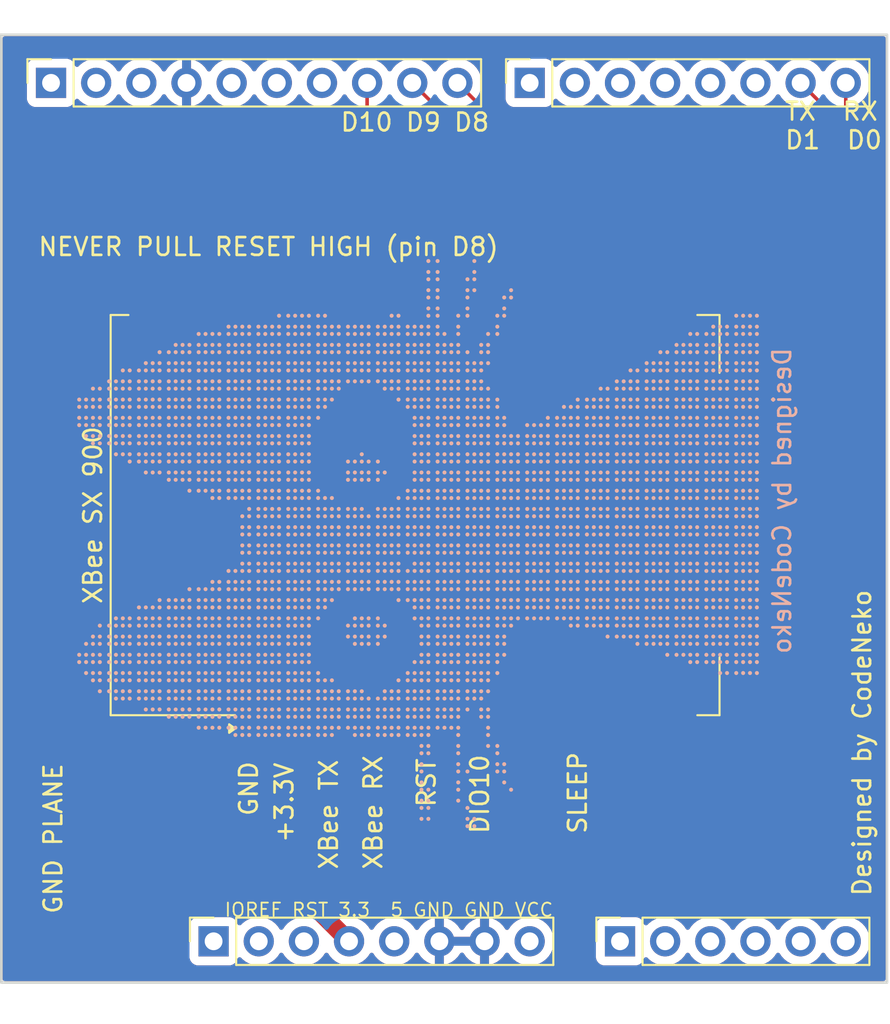
<source format=kicad_pcb>
(kicad_pcb (version 20240108) (generator "pcbnew") (generator_version "8.0")
  (title_block (date "mar. 31 mars 2015"))
  (layers (0 "F.Cu" signal) (31 "B.Cu" signal) (34 "B.Paste" user) (35 "F.Paste" user) (36 "B.SilkS" user "B.Silkscreen") (37 "F.SilkS" user "F.Silkscreen") (38 "B.Mask" user) (39 "F.Mask" user) (44 "Edge.Cuts" user))
  (net 0 "")
  (net 1 "GND")
  (net 3 "+5V")
  (net 4 "/IOREF")
  (net 5 "/A0")
  (net 6 "/A1")
  (net 7 "/A2")
  (net 8 "/A3")
  (net 9 "/SDA{slash}A4")
  (net 10 "/SCL{slash}A5")
  (net 11 "/13")
  (net 12 "/12")
  (net 13 "/AREF")
  (net 14 "/8")
  (net 15 "/7")
  (net 16 "/*11")
  (net 17 "/*10")
  (net 18 "/*9")
  (net 19 "/4")
  (net 20 "/2")
  (net 21 "/*6")
  (net 22 "/*5")
  (net 23 "/TX{slash}1")
  (net 24 "/*3")
  (net 25 "/RX{slash}0")
  (net 26 "+3V3")
  (net 27 "VCC")
  (net 28 "/~{RESET}")
  (footprint "Connector_PinSocket_2.54mm:PinSocket_1x08_P2.54mm_Vertical" (layer "F.Cu") (at 127.94 97.46 90)
    (property "Reference" "J1" (hide yes))
    (property "Value" "Power")
    (fp_line (start 1.33 -1.33) (end 1.33 0) (stroke (width 0.12)) (layer "F.SilkS"))
    (fp_line (start 0 -1.33) (end 1.33 -1.33) (stroke (width 0.12)) (layer "F.SilkS"))
    (fp_line (start 1.33 1.27) (end 1.33 19.11) (stroke (width 0.12)) (layer "F.SilkS"))
    (fp_line (start -1.33 1.27) (end 1.33 1.27) (stroke (width 0.12)) (layer "F.SilkS"))
    (fp_line (start -1.33 1.27) (end -1.33 19.11) (stroke (width 0.12)) (layer "F.SilkS"))
    (fp_line (start -1.33 19.11) (end 1.33 19.11) (stroke (width 0.12)) (layer "F.SilkS"))
    (pad "1" thru_hole rect (at 0 0 90) (size 1.7 1.7) (drill 1) (layers "*.Cu" "*.Mask"))
    (pad "2" thru_hole oval (at 0 2.54 90) (size 1.7 1.7) (drill 1) (layers "*.Cu" "*.Mask") (net 4 "/IOREF"))
    (pad "3" thru_hole oval (at 0 5.08 90) (size 1.7 1.7) (drill 1) (layers "*.Cu" "*.Mask") (net 28 "/~{RESET}"))
    (pad "4" thru_hole oval (at 0 7.62 90) (size 1.7 1.7) (drill 1) (layers "*.Cu" "*.Mask") (net 26 "+3V3"))
    (pad "5" thru_hole oval (at 0 10.16 90) (size 1.7 1.7) (drill 1) (layers "*.Cu" "*.Mask") (net 3 "+5V"))
    (pad "6" thru_hole oval (at 0 12.7 90) (size 1.7 1.7) (drill 1) (layers "*.Cu" "*.Mask") (net 1 "GND"))
    (pad "7" thru_hole oval (at 0 15.24 90) (size 1.7 1.7) (drill 1) (layers "*.Cu" "*.Mask") (net 1 "GND"))
    (pad "8" thru_hole oval (at 0 17.78 90) (size 1.7 1.7) (drill 1) (layers "*.Cu" "*.Mask") (net 27 "VCC"))
  )
  (footprint "Connector_PinSocket_2.54mm:PinSocket_1x06_P2.54mm_Vertical" (layer "F.Cu") (at 150.8 97.46 90)
    (property "Reference" "J3" (hide yes))
    (property "Value" "Analog")
    (fp_line (start 1.33 -1.33) (end 1.33 0) (stroke (width 0.12)) (layer "F.SilkS"))
    (fp_line (start 0 -1.33) (end 1.33 -1.33) (stroke (width 0.12)) (layer "F.SilkS"))
    (fp_line (start 1.33 1.27) (end 1.33 14.03) (stroke (width 0.12)) (layer "F.SilkS"))
    (fp_line (start -1.33 1.27) (end 1.33 1.27) (stroke (width 0.12)) (layer "F.SilkS"))
    (fp_line (start -1.33 1.27) (end -1.33 14.03) (stroke (width 0.12)) (layer "F.SilkS"))
    (fp_line (start -1.33 14.03) (end 1.33 14.03) (stroke (width 0.12)) (layer "F.SilkS"))
    (pad "1" thru_hole rect (at 0 0 90) (size 1.7 1.7) (drill 1) (layers "*.Cu" "*.Mask") (net 5 "/A0"))
    (pad "2" thru_hole oval (at 0 2.54 90) (size 1.7 1.7) (drill 1) (layers "*.Cu" "*.Mask") (net 6 "/A1"))
    (pad "3" thru_hole oval (at 0 5.08 90) (size 1.7 1.7) (drill 1) (layers "*.Cu" "*.Mask") (net 7 "/A2"))
    (pad "4" thru_hole oval (at 0 7.62 90) (size 1.7 1.7) (drill 1) (layers "*.Cu" "*.Mask") (net 8 "/A3"))
    (pad "5" thru_hole oval (at 0 10.16 90) (size 1.7 1.7) (drill 1) (layers "*.Cu" "*.Mask") (net 9 "/SDA{slash}A4"))
    (pad "6" thru_hole oval (at 0 12.7 90) (size 1.7 1.7) (drill 1) (layers "*.Cu" "*.Mask") (net 10 "/SCL{slash}A5"))
  )
  (footprint "Connector_PinSocket_2.54mm:PinSocket_1x10_P2.54mm_Vertical" (layer "F.Cu") (at 118.796 49.2 90)
    (property "Reference" "J2" (hide yes))
    (property "Value" "Digital/PWM")
    (fp_line (start 1.33 -1.33) (end 1.33 0) (stroke (width 0.12)) (layer "F.SilkS"))
    (fp_line (start 0 -1.33) (end 1.33 -1.33) (stroke (width 0.12)) (layer "F.SilkS"))
    (fp_line (start 1.33 1.27) (end 1.33 24.19) (stroke (width 0.12)) (layer "F.SilkS"))
    (fp_line (start -1.33 1.27) (end 1.33 1.27) (stroke (width 0.12)) (layer "F.SilkS"))
    (fp_line (start -1.33 1.27) (end -1.33 24.19) (stroke (width 0.12)) (layer "F.SilkS"))
    (fp_line (start -1.33 24.19) (end 1.33 24.19) (stroke (width 0.12)) (layer "F.SilkS"))
    (pad "1" thru_hole rect (at 0 0 90) (size 1.7 1.7) (drill 1) (layers "*.Cu" "*.Mask") (net 10 "/SCL{slash}A5"))
    (pad "2" thru_hole oval (at 0 2.54 90) (size 1.7 1.7) (drill 1) (layers "*.Cu" "*.Mask") (net 9 "/SDA{slash}A4"))
    (pad "3" thru_hole oval (at 0 5.08 90) (size 1.7 1.7) (drill 1) (layers "*.Cu" "*.Mask") (net 13 "/AREF"))
    (pad "4" thru_hole oval (at 0 7.62 90) (size 1.7 1.7) (drill 1) (layers "*.Cu" "*.Mask") (net 1 "GND"))
    (pad "5" thru_hole oval (at 0 10.16 90) (size 1.7 1.7) (drill 1) (layers "*.Cu" "*.Mask") (net 11 "/13"))
    (pad "6" thru_hole oval (at 0 12.7 90) (size 1.7 1.7) (drill 1) (layers "*.Cu" "*.Mask") (net 12 "/12"))
    (pad "7" thru_hole oval (at 0 15.24 90) (size 1.7 1.7) (drill 1) (layers "*.Cu" "*.Mask") (net 16 "/*11"))
    (pad "8" thru_hole oval (at 0 17.78 90) (size 1.7 1.7) (drill 1) (layers "*.Cu" "*.Mask") (net 17 "/*10"))
    (pad "9" thru_hole oval (at 0 20.32 90) (size 1.7 1.7) (drill 1) (layers "*.Cu" "*.Mask") (net 18 "/*9"))
    (pad "10" thru_hole oval (at 0 22.86 90) (size 1.7 1.7) (drill 1) (layers "*.Cu" "*.Mask") (net 14 "/8"))
  )
  (footprint "Connector_PinSocket_2.54mm:PinSocket_1x08_P2.54mm_Vertical" (layer "F.Cu") (at 145.72 49.2 90)
    (property "Reference" "J4" (hide yes))
    (property "Value" "Digital/PWM")
    (fp_line (start 1.33 -1.33) (end 1.33 0) (stroke (width 0.12)) (layer "F.SilkS"))
    (fp_line (start 0 -1.33) (end 1.33 -1.33) (stroke (width 0.12)) (layer "F.SilkS"))
    (fp_line (start 1.33 1.27) (end 1.33 19.11) (stroke (width 0.12)) (layer "F.SilkS"))
    (fp_line (start -1.33 1.27) (end 1.33 1.27) (stroke (width 0.12)) (layer "F.SilkS"))
    (fp_line (start -1.33 1.27) (end -1.33 19.11) (stroke (width 0.12)) (layer "F.SilkS"))
    (fp_line (start -1.33 19.11) (end 1.33 19.11) (stroke (width 0.12)) (layer "F.SilkS"))
    (pad "1" thru_hole rect (at 0 0 90) (size 1.7 1.7) (drill 1) (layers "*.Cu" "*.Mask") (net 15 "/7"))
    (pad "2" thru_hole oval (at 0 2.54 90) (size 1.7 1.7) (drill 1) (layers "*.Cu" "*.Mask") (net 21 "/*6"))
    (pad "3" thru_hole oval (at 0 5.08 90) (size 1.7 1.7) (drill 1) (layers "*.Cu" "*.Mask") (net 22 "/*5"))
    (pad "4" thru_hole oval (at 0 7.62 90) (size 1.7 1.7) (drill 1) (layers "*.Cu" "*.Mask") (net 19 "/4"))
    (pad "5" thru_hole oval (at 0 10.16 90) (size 1.7 1.7) (drill 1) (layers "*.Cu" "*.Mask") (net 24 "/*3"))
    (pad "6" thru_hole oval (at 0 12.7 90) (size 1.7 1.7) (drill 1) (layers "*.Cu" "*.Mask") (net 20 "/2"))
    (pad "7" thru_hole oval (at 0 15.24 90) (size 1.7 1.7) (drill 1) (layers "*.Cu" "*.Mask") (net 23 "/TX{slash}1"))
    (pad "8" thru_hole oval (at 0 17.78 90) (size 1.7 1.7) (drill 1) (layers "*.Cu" "*.Mask") (net 25 "/RX{slash}0"))
  )
  (footprint "RF_Module:Digi_XBee_SMT" (layer "F.Cu") (at 140 73.5 90)
    (property "Reference" "XBee SX 900" (at 0 -18.85 90) (layer "F.SilkS"))
    (property "Value" "Digi_XBee_SMT")
    (fp_line (start 11.25 -17.85) (end 11.25 -16.85) (stroke (width 0.12)) (layer "F.SilkS"))
    (fp_line (start -11.25 -17.85) (end 11.25 -17.85) (stroke (width 0.12)) (layer "F.SilkS"))
    (fp_line (start -11.25 -10.85) (end -11.25 -17.85) (stroke (width 0.12)) (layer "F.SilkS"))
    (fp_line (start -11.25 15.15) (end -11.25 16.4) (stroke (width 0.12)) (layer "F.SilkS"))
    (fp_line (start 11.25 16.4) (end 11.25 15.15) (stroke (width 0.12)) (layer "F.SilkS"))
    (fp_line (start 8 16.4) (end 11.25 16.4) (stroke (width 0.12)) (layer "F.SilkS"))
    (fp_line (start -11.25 16.4) (end -8 16.4) (stroke (width 0.12)) (layer "F.SilkS"))
    (fp_poly (pts (xy -12 -10.85) (xy -12.24 -11.186) (xy -11.76 -11.186) (xy -12 -10.85)) (stroke (width 0.12)) (fill solid) (layer "F.SilkS"))
    (pad "1" smd rect (at -11 -9.9 90) (size 2.84 1.52) (layers "F.Cu" "F.Paste" "F.Mask") (net 1 "GND"))
    (pad "2" smd rect (at -11 -7.9 90) (size 2.84 1.52) (layers "F.Cu" "F.Paste" "F.Mask") (net 26 "+3V3"))
    (pad "3" smd rect (at -11 -5.9 90) (size 2.84 1.52) (layers "F.Cu" "F.Paste" "F.Mask") (net 25 "/RX{slash}0"))
    (pad "4" smd rect (at -11 -3.9 90) (size 2.84 1.52) (layers "F.Cu" "F.Paste" "F.Mask") (net 23 "/TX{slash}1"))
    (pad "5" smd rect (at -11 -1.9 90) (size 2.84 1.52) (layers "F.Cu" "F.Paste" "F.Mask"))
    (pad "6" smd rect (at -11 0.1 90) (size 2.84 1.52) (layers "F.Cu" "F.Paste" "F.Mask") (net 14 "/8"))
    (pad "7" smd rect (at -11 2.1 90) (size 2.84 1.52) (layers "F.Cu" "F.Paste" "F.Mask") (net 18 "/*9"))
    (pad "8" smd rect (at -11 4.1 90) (size 2.84 1.52) (layers "F.Cu" "F.Paste" "F.Mask"))
    (pad "9" smd rect (at -11 6.1 90) (size 2.84 1.52) (layers "F.Cu" "F.Paste" "F.Mask"))
    (pad "10" smd rect (at -11 8.1 90) (size 2.84 1.52) (layers "F.Cu" "F.Paste" "F.Mask") (net 17 "/*10"))
    (pad "11" smd rect (at -11 10.1 90) (size 2.84 1.52) (layers "F.Cu" "F.Paste" "F.Mask"))
    (pad "12" smd rect (at -11 12.1 90) (size 2.84 1.52) (layers "F.Cu" "F.Paste" "F.Mask"))
    (pad "13" smd rect (at -11 14.1 90) (size 2.84 1.52) (layers "F.Cu" "F.Paste" "F.Mask") (net 1 "GND"))
    (pad "14" smd rect (at -7 15.93 180) (size 2.84 1.52) (layers "F.Cu" "F.Paste" "F.Mask"))
    (pad "15" smd rect (at -5 15.93 180) (size 2.84 1.52) (layers "F.Cu" "F.Paste" "F.Mask"))
    (pad "16" smd rect (at -3 15.93 180) (size 2.84 1.52) (layers "F.Cu" "F.Paste" "F.Mask"))
    (pad "17" smd rect (at -1 15.93 180) (size 2.84 1.52) (layers "F.Cu" "F.Paste" "F.Mask"))
    (pad "18" smd rect (at 1 15.93 180) (size 2.84 1.52) (layers "F.Cu" "F.Paste" "F.Mask"))
    (pad "19" smd rect (at 3 15.93 180) (size 2.84 1.52) (layers "F.Cu" "F.Paste" "F.Mask"))
    (pad "20" smd rect (at 5 15.93 180) (size 2.84 1.52) (layers "F.Cu" "F.Paste" "F.Mask"))
    (pad "21" smd rect (at 7 15.93 180) (size 2.84 1.52) (layers "F.Cu" "F.Paste" "F.Mask"))
    (pad "22" smd rect (at 11 14.08 90) (size 2.84 1.52) (layers "F.Cu" "F.Paste" "F.Mask") (net 1 "GND"))
    (pad "23" smd rect (at 11 12.08 90) (size 2.84 1.52) (layers "F.Cu" "F.Paste" "F.Mask"))
    (pad "24" smd rect (at 11 10.08 90) (size 2.84 1.52) (layers "F.Cu" "F.Paste" "F.Mask"))
    (pad "25" smd rect (at 11 8.08 90) (size 2.84 1.52) (layers "F.Cu" "F.Paste" "F.Mask"))
    (pad "26" smd rect (at 11 6.08 90) (size 2.84 1.52) (layers "F.Cu" "F.Paste" "F.Mask"))
    (pad "27" smd rect (at 11 4.08 90) (size 2.84 1.52) (layers "F.Cu" "F.Paste" "F.Mask"))
    (pad "28" smd rect (at 11 2.08 90) (size 2.84 1.52) (layers "F.Cu" "F.Paste" "F.Mask"))
    (pad "29" smd rect (at 11 0.08 90) (size 2.84 1.52) (layers "F.Cu" "F.Paste" "F.Mask"))
    (pad "30" smd rect (at 11 -1.92 90) (size 2.84 1.52) (layers "F.Cu" "F.Paste" "F.Mask"))
    (pad "31" smd rect (at 11 -3.92 90) (size 2.84 1.52) (layers "F.Cu" "F.Paste" "F.Mask"))
    (pad "32" smd rect (at 11 -5.92 90) (size 2.84 1.52) (layers "F.Cu" "F.Paste" "F.Mask"))
    (pad "33" smd rect (at 11 -7.92 90) (size 2.84 1.52) (layers "F.Cu" "F.Paste" "F.Mask"))
    (pad "34" smd rect (at 11 -9.92 90) (size 2.84 1.52) (layers "F.Cu" "F.Paste" "F.Mask"))
    (pad "35" smd rect (at 11 -11.92 90) (size 2.84 1.52) (layers "F.Cu" "F.Paste" "F.Mask") (net 1 "GND"))
    (pad "36" smd rect (at 11 -13.92 90) (size 2.84 1.52) (layers "F.Cu" "F.Paste" "F.Mask"))
    (pad "37" smd rect (at 11 -15.92 90) (size 2.84 1.52) (layers "F.Cu" "F.Paste" "F.Mask"))
    (zone (net 0) (net_name "") (layer "F.Cu") (connect_pads (clearance 0)) (min_thickness 0.254)
      (keepout (tracks not_allowed) (vias not_allowed) (pads not_allowed) (copperpour not_allowed) (footprints not_allowed))
      (fill (thermal_gap 0.508) (thermal_bridge_width 0.508))
      (polygon (pts (xy 129.4 70.5) (xy 129.4 64.1) (xy 131.7 64.1) (xy 131.7 70.5)))
    )
  )
  (gr_rect (start 116 46.5) (end 165.816815 99.776815) (stroke (width 0.15)) (fill none) (layer "Edge.Cuts"))
  (gr_text "⠀⠀⠀⠀⠀⠀⠀⢠⣿⣿⣦⠀⠀⠀⠀⠀⠀⠀⠀⠀⢀⣴⣿⣦⡀⠀⠀⠀⠀⠀⠀⠀\n⠀⠀⠀⠀⠀⠀⢠⣿⣿⣿⣿⣆⠀⠀⠀⠀⠀⠀⠀⠀⣾⣿⣿⣿⣷⠀⠀⠀⠀⠀⠀⠀\n⠀⠀⠀⠀⠀⢀⣾⣿⣿⣿⣿⣿⡆⠀⠀⠀⠀⠀⠀⣸⣿⣿⣿⣿⣿⡆⠀⠀⠀⠀⠀⠀\n⠀⠀⠀⠀⠀⣾⣿⣿⣿⣿⣿⣿⣿⡀⠀⠀⠀⠀⢀⣿⣿⣿⣿⣿⣿⣿⠀⠀⠀⠀⠀⠀\n⠀⠀⠀⠀⢸⣿⣿⣿⣿⣿⣿⣿⣿⣧⠀⠀⠀⠀⣼⣿⣿⣿⣿⣿⣿⣿⡇⠀⠀⠀⠀⠀\n⠀⠀⠀⠀⣿⣿⣿⣿⣿⣿⣿⣿⣿⣿⣠⣤⣤⣼⣿⣿⣿⣿⣿⣿⣿⣿⣷⠀⠀⠀⠀⠀\n⠀⠀⠀⢀⣿⣿⣿⣿⣿⣿⣿⣿⣿⣿⣿⣿⣿⣿⣿⣿⣿⣿⣿⣿⣿⣿⣿⠀⠀⠀⠀⠀\n⠀⠀⠀⢸⣿⣿⣿⣿⣿⣿⣿⣿⣿⣿⣿⣿⣿⣿⣿⣿⣿⣿⣿⣿⣿⣿⣿⠀⠀⠀⠀⠀\n⠀⠀⠀⠘⣿⣿⣿⣿⠟⠁⠀⠀⠀⠹⣿⣿⣿⣿⣿⠟⠁⠀⠀⠹⣿⣿⡿⠀⠀⠀⠀⠀\n⠀⠀⠀⠀⣿⣿⣿⡇⠀⠀⠀⢼⣿⠀⢿⣿⣿⣿⣿⠀⣾⣷⠀⠀⢿⣿⣷⠀⠀⠀⠀⠀\n⠀⠀⠀⢠⣿⣿⣿⣷⡀⠀⠀⠈⠋⢀⣿⣿⣿⣿⣿⡀⠙⠋⠀⢀⣾⣿⣿⠀⠀⠀⠀⠀\n⢀⣀⣀⣀⣿⣿⣿⣿⣿⣶⣶⣶⣶⣿⣿⣿⣿⣾⣿⣷⣦⣤⣴⣿⣿⣿⣿⣤⠤⢤⣤⡄\n⠈⠉⠉⢉⣙⣿⣿⣿⣿⣿⣿⣿⣿⣿⣿⣿⣿⣿⣿⣿⣿⣿⣿⣿⣿⣿⣇⣀⣀⣀⡀⠀\n⠐⠚⠋⠉⢀⣬⡿⢿⣿⣿⣿⣿⣿⣿⣿⣿⣿⣿⣿⣿⣿⣿⣿⣿⡿⣥⣀⡀⠈⠀⠈⠛\n⠀⠀⠴⠚⠉⠀⠀⠀⠉⠛⣿⣿⣿⣿⣿⣿⣿⣿⣿⣿⡿⠛⠋⠁⠀⠀⠀⠉⠛⠢⠀⠀\n⠀⠀⠀⠀⠀⠀⠀⠀⠀⣸⣿⣿⣿⣿⣿⣿⣿⣿⣿⣿⡇⠀⠀⠀⠀⠀⠀⠀⠀⠀⠀⠀\n⠀⠀⠀⠀⠀⠀⠀⠀⣰⣿⣿⣿⣿⣿⣿⣿⣿⣿⣿⣿⣧⠀⠀⠀⠀⠀⠀⠀⠀⠀⠀⠀\n⠀⠀⠀⠀⠀⠀⠀⢠⣿⣿⣿⣿⣿⣿⣿⣿⣿⣿⣿⣿⣿⡀⠀⠀⠀⠀⠀⠀⠀⠀⠀⠀\n⠀⠀⠀⠀⠀⠀⢠⣿⣿⣿⣿⣿⣿⣿⣿⣿⣿⣿⣿⣿⣿⣇⠀⠀⠀⠀⠀⠀⠀⠀⠀⠀\n⠀⠀⠀⠀⠀⢠⣿⣿⣿⣿⣿⣿⣿⣿⣿⣿⣿⣿⣿⣿⣿⣿⡀⠀⠀⠀⠀⠀⠀⠀⠀⠀\n⠀⠀⠀⠀⢠⣿⣿⣿⣿⣿⣿⣿⣿⣿⣿⣿⣿⣿⣿⣿⣿⣿⣧⠀⠀⠀⠀⠀⠀⠀⠀⠀\n⠀⠀⠀⠀⣾⣿⣿⣿⣿⣿⣿⣿⣿⣿⣿⣿⣿⣿⣿⣿⣿⣿⣿⡄⠀⠀⠀⠀⠀⠀⠀⠀\n⠀⠀⠀⢸⣿⣿⣿⣿⣿⣿⣿⣿⣿⣿⣿⣿⣿⣿⣿⣿⣿⣿⣿⡇⠀⠀⠀⠀⠀⠀⠀⠀" (at 158.5 58.5 90) (layer "B.SilkS") (effects (font (size 1 1)) (justify left bottom mirror)))
  (gr_text "Designed by CodeNeko" (at 160.5 64 90) (layer "B.SilkS") (effects (font (size 1 1)) (justify left bottom mirror)))
  (gr_text "GND" (at 130.5 90.5 90) (layer "F.SilkS") (effects (font (size 1 1)) (justify left bottom)))
  (gr_text "XBee TX" (at 135 93.5 90) (layer "F.SilkS") (effects (font (size 1 1)) (justify left bottom)))
  (gr_text "NEVER PULL RESET HIGH (pin D8)" (at 118 59 0) (layer "F.SilkS") (effects (font (size 1 1)) (justify left bottom)))
  (gr_text "XBee RX" (at 137.5 93.5 90) (layer "F.SilkS") (effects (font (size 1 1)) (justify left bottom)))
  (gr_text "Designed by CodeNeko" (at 165 95 90) (layer "F.SilkS") (effects (font (size 1 1)) (justify left bottom)))
  (gr_text "TX  RX\nD1  D0" (at 160 53 0) (layer "F.SilkS") (effects (font (size 1 1)) (justify left bottom)))
  (gr_text "+3.3V" (at 132.5 92 90) (layer "F.SilkS") (effects (font (size 1 1)) (justify left bottom)))
  (gr_text "D10 D9 D8" (at 135 52 0) (layer "F.SilkS") (effects (font (size 1 1)) (justify left bottom)))
  (gr_text "IOREF RST 3.3  5 GND GND VCC" (at 128.5 96.13 0) (layer "F.SilkS") (effects (font (size 0.75 0.75) (thickness 0.1)) (justify left bottom)))
  (gr_text "RST" (at 140.5 90 90) (layer "F.SilkS") (effects (font (size 1 1)) (justify left bottom)))
  (gr_text "GND PLANE" (at 119.5 96 90) (layer "F.SilkS") (effects (font (size 1 1)) (justify left bottom)))
  (gr_text "SLEEP" (at 149 91.5 90) (layer "F.SilkS") (effects (font (size 1 1)) (justify left bottom)))
  (gr_text "DIO10" (at 143.5 91.5 90) (layer "F.SilkS") (effects (font (size 1 1)) (justify left bottom)))
  (segment (start 140.1 89.1) (end 142.5 91.5) (width 0.2) (layer "F.Cu") (net 14))
  (segment (start 142.5 91.5) (end 158.5 91.5) (width 0.2) (layer "F.Cu") (net 14))
  (segment (start 145.456 53) (end 141.656 49.2) (width 0.2) (layer "F.Cu") (net 14))
  (segment (start 158.5 91.5) (end 161 89) (width 0.2) (layer "F.Cu") (net 14))
  (segment (start 161 89) (end 161 56) (width 0.2) (layer "F.Cu") (net 14))
  (segment (start 158 53) (end 145.456 53) (width 0.2) (layer "F.Cu") (net 14))
  (segment (start 161 56) (end 158 53) (width 0.2) (layer "F.Cu") (net 14))
  (segment (start 140.1 84.5) (end 140.1 89.1) (width 0.2) (layer "F.Cu") (net 14))
  (segment (start 149 88) (end 158 88) (width 0.2) (layer "F.Cu") (net 17))
  (segment (start 158.5 58.5) (end 157.5 57.5) (width 0.2) (layer "F.Cu") (net 17))
  (segment (start 158.5 87.5) (end 158.5 58.5) (width 0.2) (layer "F.Cu") (net 17))
  (segment (start 143.5 57.5) (end 136.576 50.576) (width 0.2) (layer "F.Cu") (net 17))
  (segment (start 148.1 87.1) (end 149 88) (width 0.2) (layer "F.Cu") (net 17))
  (segment (start 158 88) (end 158.5 87.5) (width 0.2) (layer "F.Cu") (net 17))
  (segment (start 148.1 84.5) (end 148.1 87.1) (width 0.2) (layer "F.Cu") (net 17))
  (segment (start 157.5 57.5) (end 143.5 57.5) (width 0.2) (layer "F.Cu") (net 17))
  (segment (start 136.576 50.576) (end 136.576 49.2) (width 0.2) (layer "F.Cu") (net 17))
  (segment (start 142.1 84.5) (end 142.1 89.1) (width 0.2) (layer "F.Cu") (net 18))
  (segment (start 143 90) (end 158.5 90) (width 0.2) (layer "F.Cu") (net 18))
  (segment (start 144.916 55) (end 139.116 49.2) (width 0.2) (layer "F.Cu") (net 18))
  (segment (start 160 57) (end 158 55) (width 0.2) (layer "F.Cu") (net 18))
  (segment (start 142.1 89.1) (end 143 90) (width 0.2) (layer "F.Cu") (net 18))
  (segment (start 160 88.5) (end 160 57) (width 0.2) (layer "F.Cu") (net 18))
  (segment (start 158 55) (end 144.916 55) (width 0.2) (layer "F.Cu") (net 18))
  (segment (start 158.5 90) (end 160 88.5) (width 0.2) (layer "F.Cu") (net 18))
  (segment (start 136.1 84.5) (end 136.1 89.1) (width 0.2) (layer "F.Cu") (net 23))
  (segment (start 139.5 92.5) (end 159 92.5) (width 0.2) (layer "F.Cu") (net 23))
  (segment (start 136.1 89.1) (end 139.5 92.5) (width 0.2) (layer "F.Cu") (net 23))
  (segment (start 159 92.5) (end 162 89.5) (width 0.2) (layer "F.Cu") (net 23))
  (segment (start 162 89.5) (end 162 50.24) (width 0.2) (layer "F.Cu") (net 23))
  (segment (start 162 50.24) (end 160.96 49.2) (width 0.2) (layer "F.Cu") (net 23))
  (segment (start 134.1 84.5) (end 134.1 89.6) (width 0.2) (layer "F.Cu") (net 25))
  (segment (start 134.1 89.6) (end 139 94.5) (width 0.2) (layer "F.Cu") (net 25))
  (segment (start 163.5 90.5) (end 163.5 49.2) (width 0.2) (layer "F.Cu") (net 25))
  (segment (start 139 94.5) (end 159.5 94.5) (width 0.2) (layer "F.Cu") (net 25))
  (segment (start 159.5 94.5) (end 163.5 90.5) (width 0.2) (layer "F.Cu") (net 25))
  (segment (start 132.1 94) (end 135.56 97.46) (width 1) (layer "F.Cu") (net 26))
  (segment (start 132.1 84.5) (end 132.1 94) (width 1) (layer "F.Cu") (net 26))
  (zone (net 1) (net_name "GND") (layers "F&B.Cu") (connect_pads (clearance 0.508)) (min_thickness 0.25) (fill yes (thermal_gap 0.5) (thermal_bridge_width 0.5))
    (polygon (pts (xy 116 46.5) (xy 116 100) (xy 166 100) (xy 166 46.5)))
  )
)
</source>
